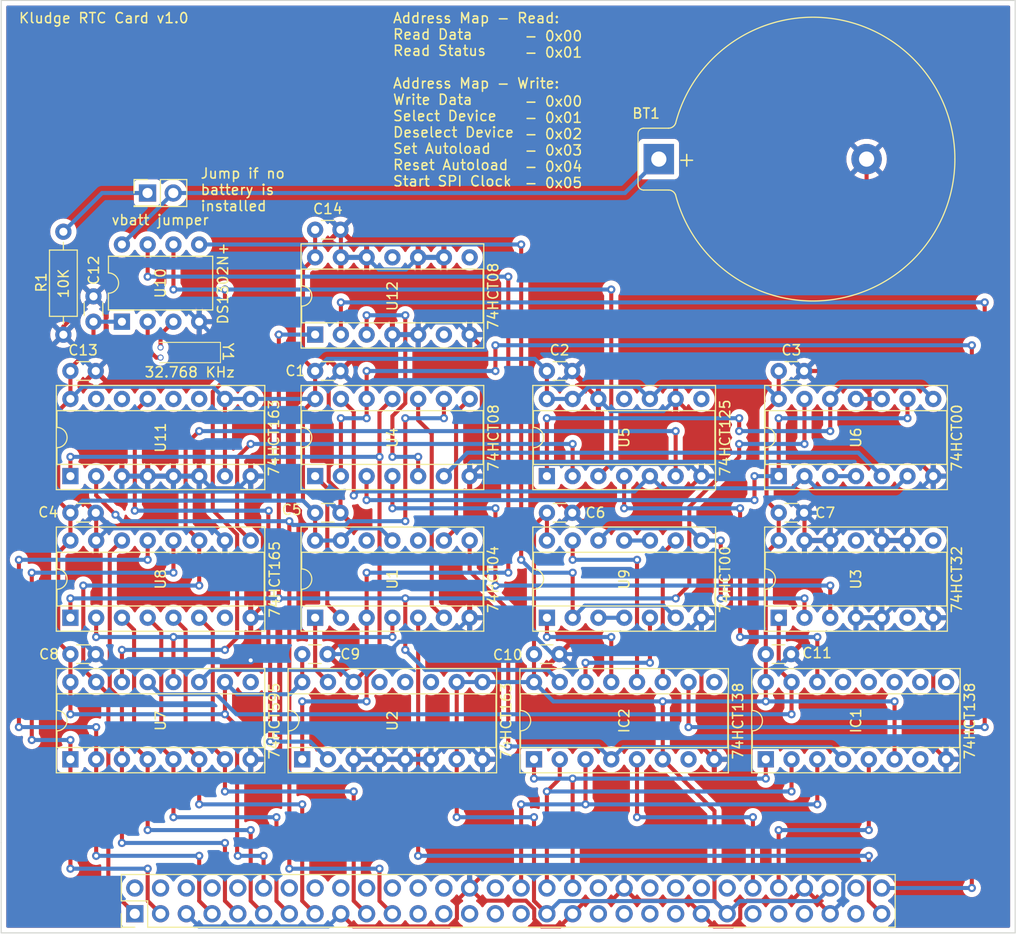
<source format=kicad_pcb>
(kicad_pcb (version 20240108) (generator "pcbnew") (generator_version "8.0")
  (layers (0 "F.Cu" signal) (31 "B.Cu" signal) (34 "B.Paste" user) (35 "F.Paste" user) (36 "B.SilkS" user "B.Silkscreen") (37 "F.SilkS" user "F.Silkscreen") (38 "B.Mask" user) (39 "F.Mask" user) (44 "Edge.Cuts" user))
  (net 0 "")
  (net 1 "~{SPI_CLOCK_START}")
  (net 2 "~{RD}")
  (net 3 "/A2")
  (net 4 "GND")
  (net 6 "/A0")
  (net 7 "VCC")
  (net 8 "~{SPI_BUSY_RD}")
  (net 9 "~{SPI_CE}")
  (net 11 "/A1")
  (net 15 "/D7")
  (net 23 "/D5")
  (net 28 "/D0")
  (net 30 "SYSCLK")
  (net 32 "/~{AUTOLOAD_RESET}")
  (net 34 "Net-(BT1-+)")
  (net 35 "Net-(U8-Q7)")
  (net 36 "/D2")
  (net 38 "/~{AUTOLOAD_SET}")
  (net 39 "/D1")
  (net 40 "/~{SPI_CS_RESET}")
  (net 41 "/D4")
  (net 42 "/D3")
  (net 43 "~{WR}")
  (net 44 "/D6")
  (net 45 "/~{SPI_CS_SET}")
  (net 46 "SPI_CLK")
  (net 51 "!SPI_CLK")
  (net 52 "~{IO_EN}")
  (net 55 "~{SPI_WR}")
  (net 56 "~{SPI_RD}")
  (net 59 "~{RESET}")
  (net 60 "Net-(U6-Pad10)")
  (net 81 "Net-(J2-Pin_1)")
  (net 82 "~{SPI_WR_OE}")
  (net 84 "SPI_CS")
  (net 85 "~{TX_COMPLETE}")
  (net 86 "Net-(U1-Pad6)")
  (net 87 "Net-(U1-Pad9)")
  (net 88 "TX_COMPLETE")
  (net 89 "~{SPI_CLK_RESET}")
  (net 91 "Net-(U3-Pad3)")
  (net 93 "~{AUTOLOAD}")
  (net 94 "Net-(U4-Pad6)")
  (net 95 "Net-(U4-Pad3)")
  (net 96 "Net-(U6-Pad3)")
  (net 97 "Net-(U9-Pad3)")
  (net 98 "Net-(U9-Pad10)")
  (net 99 "RUNNING")
  (net 100 "Net-(U10-X1)")
  (net 101 "SER_IO")
  (net 102 "Net-(U10-X2)")
  (net 104 "DIV_CLK")
  (net 109 "Net-(U12-Pad3)")
  (footprint "Package_DIP:DIP-14_W7.62mm_Socket" (layer "F.Cu") (at 173.9 117.135 90)
    (property "Reference" "U3")
    (property "Value" "74LS32")
  )
  (footprint "Package_DIP:DIP-14_W7.62mm_Socket" (layer "F.Cu") (at 173.9 103.165 90)
    (property "Reference" "U6")
    (property "Value" "74HCT00")
  )
  (footprint "Package_DIP:DIP-16_W7.62mm_Socket" (layer "F.Cu") (at 172.625 131.105 90)
    (property "Reference" "IC1")
    (property "Value" "SN74HCT138N")
  )
  (footprint "Capacitor_THT:C_Disc_D3.0mm_W1.6mm_P2.50mm" (layer "F.Cu") (at 104.045 92.79)
    (property "Reference" "C13")
    (property "Value" "100 nF")
  )
  (footprint "Package_DIP:DIP-16_W7.62mm_Socket" (layer "F.Cu") (at 104.045 117.135 90)
    (property "Reference" "U8")
    (property "Value" "74HCT165")
  )
  (footprint "Package_DIP:DIP-14_W7.62mm_Socket" (layer "F.Cu") (at 151.04 117.135 90)
    (property "Reference" "U9")
    (property "Value" "74HCT00")
  )
  (footprint "Package_DIP:DIP-16_W7.62mm_Socket" (layer "F.Cu") (at 126.905 131.105 90)
    (property "Reference" "U2")
    (property "Value" "74HCT163E")
  )
  (footprint "Capacitor_THT:C_Disc_D3.0mm_W1.6mm_P2.50mm" (layer "F.Cu") (at 128.18 78.85)
    (property "Reference" "C14")
    (property "Value" "100 nF")
  )
  (footprint "Capacitor_THT:C_Disc_D3.0mm_W1.6mm_P2.50mm" (layer "F.Cu") (at 106.32 87.925 90)
    (property "Reference" "C12")
    (property "Value" "100 nF")
  )
  (footprint "Capacitor_THT:C_Disc_D3.0mm_W1.6mm_P2.50mm" (layer "F.Cu") (at 151.04 106.78)
    (property "Reference" "C6")
    (property "Value" "100 nF")
  )
  (footprint "Capacitor_THT:C_Disc_D3.0mm_W1.6mm_P2.50mm" (layer "F.Cu") (at 173.9 92.79)
    (property "Reference" "C3")
    (property "Value" "100 nF")
  )
  (footprint "Package_DIP:DIP-16_W7.62mm_Socket" (layer "F.Cu") (at 149.765 131.105 90)
    (property "Reference" "IC2")
    (property "Value" "SN74HCT138N")
  )
  (footprint "Package_DIP:DIP-14_W7.62mm_Socket" (layer "F.Cu") (at 128.18 103.165 90)
    (property "Reference" "U4")
    (property "Value" "74LS08")
  )
  (footprint "Resistor_THT:R_Axial_DIN0207_L6.3mm_D2.5mm_P10.16mm_Horizontal" (layer "F.Cu") (at 103.35 89.205 90)
    (property "Reference" "R1")
    (property "Value" "10K")
  )
  (footprint "Z80 Parts:G23270006_Crystal" (layer "F.Cu") (at 110.715 91.535 -90)
    (property "Reference" "Y1")
    (property "Value" "32.768 KHz")
  )
  (footprint "Connector_PinHeader_2.54mm:PinHeader_2x01_P2.54mm_Vertical" (layer "F.Cu") (at 111.65 75.225)
    (property "Reference" "J2")
    (property "Value" "vbatt jumper" (hide yes))
  )
  (footprint "Package_DIP:DIP-14_W7.62mm_Socket" (layer "F.Cu") (at 128.18 89.195 90)
    (property "Reference" "U12")
    (property "Value" "74LS08")
  )
  (footprint "Capacitor_THT:C_Disc_D3.0mm_W1.6mm_P2.50mm" (layer "F.Cu") (at 104.045 106.78)
    (property "Reference" "C4")
    (property "Value" "100 nF")
  )
  (footprint "Capacitor_THT:C_Disc_D3.0mm_W1.6mm_P2.50mm" (layer "F.Cu") (at 104.045 120.73)
    (property "Reference" "C8")
    (property "Value" "100 nF")
  )
  (footprint "Package_DIP:DIP-16_W7.62mm_Socket" (layer "F.Cu") (at 104.045 103.165 90)
    (property "Reference" "U11")
    (property "Value" "74HCT163E")
  )
  (footprint "Capacitor_THT:C_Disc_D3.0mm_W1.6mm_P2.50mm" (layer "F.Cu") (at 172.625 120.73)
    (property "Reference" "C11")
    (property "Value" "100 nF")
  )
  (footprint "Capacitor_THT:C_Disc_D3.0mm_W1.6mm_P2.50mm" (layer "F.Cu") (at 149.765 120.73)
    (property "Reference" "C10")
    (property "Value" "100 nF")
  )
  (footprint "Capacitor_THT:C_Disc_D3.0mm_W1.6mm_P2.50mm" (layer "F.Cu") (at 128.18 106.78)
    (property "Reference" "C5")
    (property "Value" "100 nF")
  )
  (footprint "Package_DIP:DIP-8_W7.62mm" (layer "F.Cu") (at 109.125 87.925 90)
    (property "Reference" "U10")
    (property "Value" "DS1302N+")
  )
  (footprint "Package_DIP:DIP-14_W7.62mm_Socket" (layer "F.Cu") (at 128.18 117.135 90)
    (property "Reference" "U1")
    (property "Value" "74HC04")
  )
  (footprint "Capacitor_THT:C_Disc_D3.0mm_W1.6mm_P2.50mm" (layer "F.Cu") (at 126.905 120.73)
    (property "Reference" "C9")
    (property "Value" "100 nF")
  )
  (footprint "Connector_PinHeader_2.54mm:PinHeader_2x30_P2.54mm_Vertical" (layer "F.Cu") (at 110.395 146.345 90)
    (property "Reference" "J1" (hide yes))
    (property "Value" "Conn1")
  )
  (footprint "Package_DIP:DIP-14_W7.62mm_Socket" (layer "F.Cu") (at 151.035 103.165 90)
    (property "Reference" "U5")
    (property "Value" "74AHCT125")
  )
  (footprint "Capacitor_THT:C_Disc_D3.0mm_W1.6mm_P2.50mm" (layer "F.Cu") (at 128.18 92.79)
    (property "Reference" "C1")
    (property "Value" "100 nF")
  )
  (footprint "Package_DIP:DIP-16_W7.62mm_Socket" (layer "F.Cu") (at 104.045 131.105 90)
    (property "Reference" "U7")
    (property "Value" "74HCT595")
  )
  (footprint "Capacitor_THT:C_Disc_D3.0mm_W1.6mm_P2.50mm" (layer "F.Cu") (at 173.9 106.78)
    (property "Reference" "C7")
    (property "Value" "100 nF")
  )
  (footprint "Capacitor_THT:C_Disc_D3.0mm_W1.6mm_P2.50mm" (layer "F.Cu") (at 151.035 92.79)
    (property "Reference" "C2")
    (property "Value" "100 nF")
  )
  (footprint "Battery:BatteryHolder_Keystone_106_1x20mm" (layer "F.Cu") (at 162.075 71.88)
    (property "Reference" "BT1")
    (property "Value" "Battery_Cell")
  )
  (gr_line (start 97.22 139.33) (end 97.22 148.23) (stroke (width 0.1)) (layer "Edge.Cuts"))
  (gr_line (start 197.22 56.23) (end 197.22 148.23) (stroke (width 0.1)) (layer "Edge.Cuts"))
  (gr_line (start 97.22 139.33) (end 97.22 56.23) (stroke (width 0.1)) (layer "Edge.Cuts"))
  (gr_line (start 97.22 56.23) (end 197.22 56.23) (stroke (width 0.1)) (layer "Edge.Cuts"))
  (gr_line (start 97.22 148.23) (end 197.22 148.23) (stroke (width 0.1)) (layer "Edge.Cuts"))
  (gr_text "74HCT138" (at 170.475 131.215715 90) (layer "F.SilkS") (effects (font (size 1 1)) (justify left bottom)))
  (gr_text "74HCT00" (at 169.2 116.769524 90) (layer "F.SilkS") (effects (font (size 1 1)) (justify left bottom)))
  (gr_text "Kludge RTC Card v1.0" (at 98.88 58.55 0) (layer "F.SilkS") (effects (font (size 1 1)) (justify left bottom)))
  (gr_text "74HCT08" (at 146.35 102.799524 90) (layer "F.SilkS") (effects (font (size 1 1)) (justify left bottom)))
  (gr_text "\n- 0x00\n- 0x01\n\n\n- 0x00\n- 0x01\n- 0x02\n- 0x03\n- 0x04\n- 0x05" (at 148.75 74.81944 0) (layer "F.SilkS") (effects (font (size 1 1)) (justify left bottom)))
  (gr_text "74HCT138" (at 193.325 131.215715 90) (layer "F.SilkS") (effects (font (size 1 1)) (justify left bottom)))
  (gr_text "Address Map - Read:\nRead Data\nRead Status\n\nAddress Map - Write:\nWrite Data\nSelect Device\nDeselect Device\nSet Autoload\nReset Autoload\nStart SPI Clock" (at 135.775 74.64944 0) (layer "F.SilkS") (effects (font (size 1 1)) (justify left bottom)))
  (gr_text "74HCT00" (at 192.05 102.799524 90) (layer "F.SilkS") (effects (font (size 1 1)) (justify left bottom)))
  (gr_text "74HCT165" (at 124.775 117.245715 90) (layer "F.SilkS") (effects (font (size 1 1)) (justify left bottom)))
  (gr_text "74HCT163" (at 147.6 131.215715 90) (layer "F.SilkS") (effects (font (size 1 1)) (justify left bottom)))
  (gr_text "74HCT04" (at 146.325 116.769524 90) (layer "F.SilkS") (effects (font (size 1 1)) (justify left bottom)))
  (gr_text "74HCT595" (at 124.75 131.215715 90) (layer "F.SilkS") (effects (font (size 1 1)) (justify left bottom)))
  (gr_text "vbatt jumper" (at 108.014285 78.475 0) (layer "F.SilkS") (effects (font (size 1 1)) (justify left bottom)))
  (gr_text "74HCT163" (at 124.7 103.275715 90) (layer "F.SilkS") (effects (font (size 1 1)) (justify left bottom)))
  (gr_text "DS1302N+" (at 119.675 88.27381 90) (layer "F.SilkS") (effects (font (size 1 1)) (justify left bottom)))
  (gr_text "10K" (at 103.95175 85.702381 90) (layer "F.SilkS") (effects (font (size 1 1)) (justify left bottom)))
  (gr_text "74HCT32" (at 192.05 116.769524 90) (layer "F.SilkS") (effects (font (size 1 1)) (justify left bottom)))
  (gr_text "32.768 KHz" (at 111.275 93.5 0) (layer "F.SilkS") (effects (font (size 1 1)) (justify left bottom)))
  (gr_text "74HCT08" (at 146.325 88.829524 90) (layer "F.SilkS") (effects (font (size 1 1)) (justify left bottom)))
  (gr_text "74HCT125" (at 169.2 103.275715 90) (layer "F.SilkS") (effects (font (size 1 1)) (justify left bottom)))
  (gr_text "Jump if no \nbattery is\ninstalled" (at 116.8 77.1 0) (layer "F.SilkS") (effects (font (size 1 1)) (justify left bottom)))
  (segment (start 165.005 127.93) (end 165.005 123.485) (width 0.4) (layer "F.Cu") (net 1))
  (segment (start 130.72 86.02) (end 130.72 89.195) (width 0.4) (layer "F.Cu") (net 1))
  (segment (start 194.215 86.02) (end 194.215 127.93) (width 0.4) (layer "F.Cu") (net 1))
  (via (at 165.005 127.93) (size 0.8) (drill 0.4) (layers "F.Cu" "B.Cu") (net 1))
  (via (at 194.215 86.02) (size 0.8) (drill 0.4) (layers "F.Cu" "B.Cu") (net 1))
  (via (at 194.215 127.93) (size 0.8) (drill 0.4) (layers "F.Cu" "B.Cu") (net 1))
  (via (at 130.72 86.02) (size 0.8) (drill 0.4) (layers "F.Cu" "B.Cu") (net 1))
  (segment (start 194.215 127.93) (end 165.005 127.93) (width 0.4) (layer "B.Cu") (net 1))
  (segment (start 194.215 86.02) (end 130.72 86.02) (width 0.4) (layer "B.Cu") (net 1))
  (segment (start 182.785 138.09) (end 182.785 131.105) (width 0.4) (layer "F.Cu") (net 2))
  (segment (start 173.895 138.09) (end 173.895 143.805) (width 0.4) (layer "F.Cu") (net 2))
  (via (at 173.895 138.09) (size 0.8) (drill 0.4) (layers "F.Cu" "B.Cu") (net 2))
  (via (at 182.785 138.09) (size 0.8) (drill 0.4) (layers "F.Cu" "B.Cu") (net 2))
  (segment (start 173.895 138.09) (end 182.785 138.09) (width 0.4) (layer "B.Cu") (net 2))
  (segment (start 148.495 135.55) (end 148.495 143.805) (width 0.4) (layer "F.Cu") (net 3))
  (segment (start 177.705 135.55) (end 177.705 131.105) (width 0.4) (layer "F.Cu") (net 3))
  (segment (start 154.845 131.105) (end 154.845 135.55) (width 0.4) (layer "F.Cu") (net 3))
  (via (at 177.705 135.55) (size 0.8) (drill 0.4) (layers "F.Cu" "B.Cu") (net 3))
  (via (at 148.495 135.55) (size 0.8) (drill 0.4) (layers "F.Cu" "B.Cu") (net 3))
  (via (at 154.845 135.55) (size 0.8) (drill 0.4) (layers "F.Cu" "B.Cu") (net 3))
  (segment (start 154.845 135.55) (end 177.705 135.55) (width 0.4) (layer "B.Cu") (net 3))
  (segment (start 148.495 135.55) (end 154.845 135.55) (width 0.4) (layer "B.Cu") (net 3))
  (segment (start 166.28 117.135) (end 166.28 129.84) (width 0.4) (layer "F.Cu") (net 4))
  (segment (start 131.965 147.595) (end 141.392767 147.595) (width 0.4) (layer "F.Cu") (net 4))
  (segment (start 121.825 103.165) (end 121.825 107.817943) (width 0.4) (layer "F.Cu") (net 4))
  (segment (start 121.825 121.34) (end 121.825 117.135) (width 0.4) (layer "F.Cu") (net 4))
  (segment (start 141.392767 147.595) (end 142.165 146.822767) (width 0.4) (layer "F.Cu") (net 4))
  (segment (start 142.165 146.822767) (end 142.165 145.055) (width 0.4) (layer "F.Cu") (net 4))
  (segment (start 182.565 71.88) (end 182.565 86.625) (width 0.4) (layer "F.Cu") (net 4))
  (segment (start 182.86 95.047943) (end 182.86 96.885) (width 0.4) (layer "F.Cu") (net 4))
  (segment (start 142.165 145.055) (end 143.415 143.805) (width 0.4) (layer "F.Cu") (net 4))
  (segment (start 149.785 146.862767) (end 150.517233 147.595) (width 0.4) (layer "F.Cu") (net 4))
  (segment (start 182.86 96.885) (end 189.14 103.165) (width 0.4) (layer "F.Cu") (net 4))
  (segment (start 130.72 81.575) (end 130.72 78.89) (width 0.4) (layer "F.Cu") (net 4))
  (segment (start 130.715 146.345) (end 131.965 147.595) (width 0.4) (layer "F.Cu") (net 4))
  (segment (start 149.785 146.862767) (end 149.785 145.867233) (width 0.4) (layer "F.Cu") (net 4))
  (segment (start 144.62 101.965) (end 143.42 103.165) (width 0.4) (layer "F.Cu") (net 4))
  (segment (start 130.72 78.89) (end 130.68 78.85) (width 0.4) (layer "F.Cu") (net 4))
  (segment (start 152.325 147.595) (end 153.575 146.345) (width 0.4) (layer "F.Cu") (net 4))
  (segment (start 107.52 86.625) (end 106.32 85.425) (width 0.4) (layer "F.Cu") (net 4))
  (segment (start 163.735 95.545) (end 166.275 98.085) (width 0.4) (layer "F.Cu") (net 4))
  (segment (start 167.525 147.595) (end 169.332767 147.595) (width 0.4) (layer "F.Cu") (net 4))
  (segment (start 161.860001 107.579999) (end 166.275 103.165) (width 0.4) (layer "F.Cu") (net 4))
  (segment (start 153.54 106.78) (end 154.339999 107.579999) (width 0.4) (layer "F.Cu") (net 4))
  (segment (start 184.06 117.135) (end 184.06 109.515) (width 0.4) (layer "F.Cu") (net 4))
  (segment (start 176.435 143.805) (end 178.975 146.345) (width 0.4) (layer "F.Cu") (net 4))
  (segment (start 144.685 142.535) (end 143.415 143.805) (width 0.4) (layer "F.Cu") (net 4))
  (segment (start 189.14 129.84) (end 189.14 117.135) (width 0.4) (layer "F.Cu") (net 4))
  (segment (start 170.785 145.055) (end 175.185 145.055) (width 0.4) (layer "F.Cu") (net 4))
  (segment (start 123.025 109.017943) (end 123.025 115.935) (width 0.4) (layer "F.Cu") (net 4))
  (segment (start 176.44 106.82) (end 176.4 106.78) (width 0.4) (layer "F.Cu") (net 4))
  (segment (start 176.44 109.515) (end 176.44 106.82) (width 0.4) (layer "F.Cu") (net 4))
  (segment (start 144.62 90.395) (end 143.42 89.195) (width 0.4) (layer "F.Cu") (net 4))
  (segment (start 103.35 88.395) (end 106.32 85.425) (width 0.4) (layer "F.Cu") (net 4))
  (segment (start 144.665 145.055) (end 143.415 143.805) (width 0.4) (layer "F.Cu") (net 4))
  (segment (start 157.365 145.095) (end 158.655 143.805) (width 0.4) (layer "F.Cu") (net 4))
  (segment (start 153.575 146.345) (end 154.825 145.095) (width 0.4) (layer "F.Cu") (net 4))
  (segment (start 121.825 107.817943) (end 123.025 109.017943) (width 0.4) (layer "F.Cu") (net 4))
  (segment (start 144.685 131.105) (end 144.685 142.535) (width 0.4) (layer "F.Cu") (net 4))
  (segment (start 154.339999 107.579999) (end 161.860001 107.579999) (width 0.4) (layer "F.Cu") (net 4))
  (segment (start 148.972767 145.055) (end 144.665 145.055) (width 0.4) (layer "F.Cu") (net 4))
  (segment (start 150.517233 147.595) (end 152.325 147.595) (width 0.4) (layer "F.Cu") (net 4))
  (segment (start 180.602057 92.79) (end 182.86 95.047943) (width 0.4) (layer "F.Cu") (net 4))
  (segment (start 190.405 131.105) (end 189.14 129.84) (width 0.4) (layer "F.Cu") (net 4))
  (segment (start 106.585 109.515) (end 106.585 106.82) (width 0.4) (layer "F.Cu") (net 4))
  (segment (start 130.68 106.78) (end 130.68 104.822057) (width 0.4) (layer "F.Cu") (net 4))
  (segment (start 106.585 106.82) (end 106.545 106.78) (width 0.4) (layer "F.Cu") (net 4))
  (segment (start 130.68 104.822057) (end 129.52 103.662057) (width 0.4) (layer "F.Cu") (net 4))
  (segment (start 107.52 91.815) (end 107.52 86.625) (width 0.4) (layer "F.Cu") (net 4))
  (segment (start 166.275 98.085) (end 166.275 103.165) (width 0.4) (layer "F.Cu") (net 4))
  (segment (start 153.535 92.965) (end 156.115 95.545) (width 0.4) (layer "F.Cu") (net 4))
  (segment (start 129.52 103.662057) (end 129.52 93.95) (width 0.4) (layer "F.Cu") (net 4))
  (segment (start 170.105 145.735) (end 170.785 145.055) (width 0.4) (layer "F.Cu") (net 4))
  (segment (start 149.785 145.867233) (end 148.972767 145.055) (width 0.4) (layer "F.Cu") (net 4))
  (segment (start 154.825 145.095) (end 157.365 145.095) (width 0.4) (layer "F.Cu") (net 4))
  (segment (start 176.4 92.79) (end 180.602057 92.79) (width 0.4) (layer "F.Cu") (net 4))
  (segment (start 175.185 145.055) (end 176.435 143.805) (width 0.4) (layer "F.Cu") (net 4))
  (segment (start 169.332767 147.595) (end 170.105 146.822767) (width 0.4) (layer "F.Cu") (net 4))
  (segment (start 159.905 145.055) (end 164.985 145.055) (width 0.4) (layer "F.Cu") (net 4))
  (segment (start 182.565 86.625) (end 176.4 92.79) (width 0.4) (layer "F.Cu") (net 4))
  (segment (start 106.545 92.79) (end 107.52 91.815) (width 0.4) (layer "F.Cu") (net 4))
  (segment (start 166.28 129.84) (end 167.545 131.105) (width 0.4) (layer "F.Cu") (net 4))
  (segment (start 103.35 89.205) (end 103.35 88.395) (width 0.4) (layer "F.Cu") (net 4))
  (segment (start 123.025 115.935) (end 121.825 117.135) (width 0.4) (layer "F.Cu") (net 4))
  (segment (start 138.34 81.575) (end 138.34 89.195) (width 0.4) (layer "F.Cu") (net 4))
  (segment (start 158.655 143.805) (end 159.905 145.055) (width 0.4) (layer "F.Cu") (net 4))
  (segment (start 144.62 101.965) (end 144.62 90.395) (width 0.4) (layer "F.Cu") (net 4))
  (segment (start 166.275 146.345) (end 167.525 147.595) (width 0.4) (layer "F.Cu") (net 4))
  (segment (start 164.985 145.055) (end 166.275 146.345) (width 0.4) (layer "F.Cu") (net 4))
  (segment (start 129.52 93.95) (end 130.68 92.79) (width 0.4) (layer "F.Cu") (net 4))
  (segment (start 170.105 146.822767) (end 170.105 145.735) (width 0.4) (layer "F.Cu") (net 4))
  (segment (start 153.535 92.79) (end 153.535 92.965) (width 0.4) (layer "F.Cu") (net 4))
  (via (at 121.825 121.34) (size 0.8) (drill 0.4) (layers "F.Cu" "B.Cu") (net 4))
  (segment (start 129.465 147.595) (end 130.715 146.345) (width 0.4) (layer "B.Cu") (net 4))
  (segment (start 152.265 120.73) (end 162.685 120.73) (width 0.4) (layer "B.Cu") (net 4))
  (segment (start 115.37 86.55) (end 116.745 87.925) (width 0.4) (layer "B.Cu") (net 4))
  (segment (start 157.315 96.745) (end 162.535 96.745) (width 0.4) (layer "B.Cu") (net 4))
  (segment (start 143.42 117.135) (end 148.003629 117.135) (width 0.4) (layer "B.Cu") (net 4))
  (segment (start 175.2 91.59) (end 154.735 91.59) (width 0.4) (layer "B.Cu") (net 4))
  (segment (start 106.32 85.425) (end 107.445 86.55) (width 0.4) (layer "B.Cu") (net 4))
  (segment (start 148.003629 117.135) (end 151.598629 120.73) (width 0.4) (layer "B.Cu") (net 4))
  (segment (start 151.598629 120.73) (end 152.265 120.73) (width 0.4) (layer "B.Cu") (net 4))
  (segment (start 140.88 81.575) (end 138.34 81.575) (width 0.4) (layer "B.Cu") (net 4))
  (segment (start 162.685 120.73) (end 166.28 117.135) (width 0.4) (layer "B.Cu") (net 4))
  (segment (start 165.075 101.965) (end 166.275 103.165) (width 0.4) (layer "B.Cu") (net 4))
  (segment (start 162.535 96.745) (end 163.735 95.545) (width 0.4) (layer "B.Cu") (net 4))
  (segment (start 121.635001 121.529999) (end 121.825 121.34) (width 0.4) (layer "B.Cu") (net 4))
  (segment (start 178.98 109.515) (end 176.44 109.515) (width 0.4) (layer "B.Cu") (net 4))
  (segment (start 182.122233 141.43) (end 183.12 141.43) (width 0.4) (layer "B.Cu") (net 4))
  (segment (start 185.26 115.935) (end 184.06 117.135) (width 0.4) (layer "B.Cu") (net 4))
  (segment (start 134.525 131.105) (end 131.985 131.105) (width 0.4) (layer "B.Cu") (net 4))
  (segment (start 111.665 103.165) (end 109.125 103.165) (width 0.4) (layer "B.Cu") (net 4))
  (segment (start 156.115 95.545) (end 157.315 96.745) (width 0.4) (layer "B.Cu") (net 4))
  (segment (start 187.94 115.935) (end 185.26 115.935) (width 0.4) (layer "B.Cu") (net 4))
  (segment (start 185.525 106.78) (end 189.14 103.165) (width 0.4) (layer "B.Cu") (net 4))
  (segment (start 180.265 143.287233) (end 182.122233 141.43) (width 0.4) (layer "B.Cu") (net 4))
  (segment (start 138.34 81.575) (end 137.14 82.775) (width 0.4) (layer "B.Cu") (net 4))
  (segment (start 117.945 104.365) (end 120.625 104.365) (width 0.4) (layer "B.Cu") (net 4))
  (segment (start 114.205 103.165) (end 111.665 103.165) (width 0.4) (layer "B.Cu") (net 4))
  (segment (start 135.241371 120.73) (end 129.405 120.73) (width 0.4) (layer "B.Cu") (net 4))
  (segment (start 137.065 131.105) (end 134.525 131.105) (width 0.4) (layer "B.Cu") (net 4))
  (segment (start 140.805 129.905) (end 143.485 129.905) (width 0.4) (layer "B.Cu") (net 4))
  (segment (start 107.785 108.315) (end 118.085 108.315) (width 0.4) (layer "B.Cu") (net 4))
  (segment (start 139.605 131.105) (end 140.805 129.905) (width 0.4) (layer "B.Cu") (net 4))
  (segment (start 107.344999 121.529999) (end 121.635001 121.529999) (width 0.4) (layer "B.Cu") (net 4))
  (segment (start 120.625 104.365) (end 121.825 103.165) (width 0.4) (layer "B.Cu") (net 4))
  (segment (start 133.26 81.575) (end 130.72 81.575) (width 0.4) (layer "B.Cu") (net 4))
  (segment (start 143.485 129.905) (end 144.685 131.105) (width 0.4) (layer "B.Cu") (net 4))
  (segment (start 116.745 87.925) (end 122.81 93.99) (width 0.4) (layer "B.Cu") (net 4))
  (segment (start 143.42 103.165) (end 144.62 101.965) (width 0.4) (layer "B.Cu") (net 4))
  (segment (start 116.745 103.165) (end 114.205 103.165) (width 0.4) (layer "B.Cu") (net 4))
  (segment (start 154.735 91.59) (end 153.535 92.79) (width 0.4) (layer "B.Cu") (net 4))
  (segment (start 152.335 93.99) (end 153.535 92.79) (width 0.4) (layer "B.Cu") (net 4))
  (segment (start 176.4 92.79) (end 175.2 91.59) (width 0.4) (layer "B.Cu") (net 4))
  (segment (start 176.4 106.78) (end 185.525 106.78) (width 0.4) (layer "B.Cu") (net 4))
  (segment (start 190.405 134.145) (end 190.405 131.105) (width 0.4) (layer "B.Cu") (net 4))
  (segment (start 142.22 87.995) (end 139.54 87.995) (width 0.4) (layer "B.Cu") (net 4))
  (segment (start 131.88 93.99) (end 152.335 93.99) (width 0.4) (layer "B.Cu") (net 4))
  (segment (start 135.8 89.195) (end 138.34 89.195) (width 0.4) (layer "B.Cu") (net 4))
  (segment (start 183.12 141.43) (end 190.405 134.145) (width 0.4) (layer "B.Cu") (net 4))
  (segment (start 116.745 103.165) (end 117.945 104.365) (width 0.4) (layer "B.Cu") (net 4))
  (segment (start 106.585 109.515) (end 107.785 108.315) (width 0.4) (layer "B.Cu") (net 4))
  (segment (start 136.461371 119.51) (end 135.241371 120.73) (width 0.4) (layer "B.Cu") (net 4))
  (segment (start 144.62 101.965) (end 165.075 101.965) (width 0.4) (layer "B.Cu") (net 4))
  (segment (start 184.06 109.515) (end 186.6 109.515) (width 0.4) (layer "B.Cu") (net 4))
  (segment (start 184.06 117.135) (end 181.52 117.135) (width 0.4) (layer "B.Cu") (net 4))
  (segment (start 143.42 89.195) (end 142.22 87.995) (width 0.4) (layer "B.Cu") (net 4))
  (segment (start 118.085 108.315) (end 119.285 109.515) (width 0.4) (layer "B.Cu") (net 4))
  (segment (start 141.045 119.51) (end 136.461371 119.51) (width 0.4) (layer "B.Cu") (net 4))
  (segment (start 116.725 147.595) (end 129.465 147.595) (width 0.4) (layer "B.Cu") (net 4))
  (segment (start 137.14 82.775) (end 134.46 82.775) (width 0.4) (layer "B.Cu") (net 4))
  (segment (start 139.54 87.995) (end 138.34 89.195) (width 0.4) (layer "B.Cu") (net 4))
  (segment (start 122.81 93.99) (end 129.48 93.99) (width 0.4) (layer "B.Cu") (net 4))
  (segment (start 182.86 108.315) (end 180.18 108.315) (width 0.4) (layer "B.Cu") (net 4))
  (segment (start 129.48 93.99) (end 130.68 92.79) (width 0.4) (layer "B.Cu") (net 4))
  (segment (start 143.42 117.135) (end 141.045 119.51) (width 0.4) (layer "B.Cu") (net 4))
  (segment (start 106.545 120.73) (end 107.344999 121.529999) (width 0.4) (layer "B.Cu") (net 4))
  (segment (start 184.06 109.515) (end 182.86 108.315) (width 0.4) (layer "B.Cu") (net 4))
  (segment (start 107.445 86.55) (end 115.37 86.55) (width 0.4) (layer "B.Cu") (net 4))
  (segment (start 115.475 146.345) (end 116.725 147.595) (width 0.4) (layer "B.Cu") (net 4))
  (segment (start 178.975 146.345) (end 180.265 145.055) (width 0.4) (layer "B.Cu") (net 4))
  (segment (start 180.18 108.315) (end 178.98 109.515) (width 0.4) (layer "B.Cu") (net 4))
  (segment (start 189.14 117.135) (end 187.94 115.935) (width 0.4) (layer "B.Cu") (net 4))
  (segment (start 130.68 92.79) (end 131.88 93.99) (width 0.4) (layer "B.Cu") (net 4))
  (segment (start 180.265 145.055) (end 180.265 143.287233) (width 0.4) (layer "B.Cu") (net 4))
  (segment (start 134.46 82.775) (end 133.26 81.575) (width 0.4) (layer "B.Cu") (net 4))
  (segment (start 139.605 131.105) (end 137.065 131.105) (width 0.4) (layer "B.Cu") (net 4))
  (segment (start 172.625 131.105) (end 172.625 133.01) (width 0.4) (layer "F.Cu") (net 6))
  (segment (start 153.575 133.01) (end 153.575 143.805) (width 0.4) (layer "F.Cu") (net 6))
  (segment (start 149.765 131.105) (end 149.765 133.01) (width 0.4) (layer "F.Cu") (net 6))
  (via (at 172.625 133.01) (size 0.8) (drill 0.4) (layers "F.Cu" "B.Cu") (net 6))
  (via (at 149.765 133.01) (size 0.8) (drill 0.4) (layers "F.Cu" "B.Cu") (net 6))
  (via (at 153.575 133.01) (size 0.8) (drill 0.4) (layers "F.Cu" "B.Cu") (net 6))
  (segment (start 153.575 133.01) (end 172.625 133.01) (width 0.4) (layer "B.Cu") (net 6))
  (segment (start 149.765 133.01) (end 153.575 133.01) (width 0.4) (layer "B.Cu") (net 6))
  (segment (start 104.045 92.79) (end 104.045 92.515) (width 0.4) (layer "F.Cu") (net 7))
  (segment (start 172.625 110.79) (end 172.625 120.73) (width 0.4) (layer "F.Cu") (net 7))
  (segment (start 173.9 95.545) (end 172.7 96.745) (width 0.4) (layer "F.Cu") (net 7))
  (segment (start 162.465 131.105) (end 162.465 125.39) (width 0.4) (layer "F.Cu") (net 7))
  (segment (start 172.7 96.745) (end 172.7 105.58) (width 0.4) (layer "F.Cu") (net 7))
  (segment (start 142.145 136.82) (end 142.145 131.105) (width 0.4) (layer "F.Cu") (net 7))
  (segment (start 167.565 136.205) (end 162.465 131.105) (width 0.4) (layer "F.Cu") (net 7))
  (segment (start 126.905 120.73) (end 126.905 123.485) (width 0.4) (layer "F.Cu") (net 7))
  (segment (start 102.845 110.715) (end 104.045 109.515) (width 0.4) (layer "F.Cu") (net 7))
  (segment (start 126.98 82.775) (end 126.98 91.59) (width 0.4) (layer "F.Cu") (net 7))
  (segment (start 149.765 108.055) (end 151.04 106.78) (width 0.4) (layer "F.Cu") (net 7))
  (segment (start 173.9 95.545) (end 173.9 92.79) (width 0.4) (layer "F.Cu") (net 7))
  (segment (start 120.485 140.56) (end 120.555 140.63) (width 0.4) (layer "F.Cu") (net 7))
  (segment (start 104.045 95.545) (end 102.845 96.745) (width 0.4) (layer "F.Cu") (net 7))
  (segment (start 102.845 105.58) (end 104.045 106.78) (width 0.4) (layer "F.Cu") (net 7))
  (segment (start 104.045 123.485) (end 104.045 120.73) (width 0.4) (layer "F.Cu") (net 7))
  (segment (start 128.18 95.545) (end 128.18 92.79) (width 0.4) (layer "F.Cu") (net 7))
  (segment (start 128.18 106.78) (end 128.18 109.515) (width 0.4) (layer "F.Cu") (net 7))
  (segment (start 173.9 106.78) (end 173.9 109.515) (width 0.4) (layer "F.Cu") (net 7))
  (segment (start 104.045 95.545) (end 104.045 92.79) (width 0.4) (layer "F.Cu") (net 7))
  (segment (start 104.045 109.515) (end 104.045 106.78) (width 0.4) (layer "F.Cu") (net 7))
  (segment (start 126.98 105.58) (end 128.18 106.78) (width 0.4) (layer "F.Cu") (net 7))
  (segment (start 104.045 126.66) (end 104.045 123.485) (width 0.4) (layer "F.Cu") (net 7))
  (segment (start 128.18 95.545) (end 126.98 96.745) (width 0.4) (layer "F.Cu") (net 7))
  (segment (start 119.285 126.66) (end 120.485 127.86) (width 0.4) (layer "F.Cu") (net 7))
  (segment (start 172.625 123.485) (end 172.625 125.39) (width 0.4) (layer "F.Cu") (net 7))
  (segment (start 173.9 109.515) (end 172.625 110.79) (width 0.4) (layer "F.Cu") (net 7))
  (segment (start 128.18 78.85) (end 128.18 81.575) (width 0.4) (layer "F.Cu") (net 7))
  (segment (start 168.815 146.345) (end 167.565 145.095) (width 0.4) (layer "F.Cu") (net 7))
  (segment (start 123.095 143.805) (end 123.095 140.63) (width 0.4) (layer "F.Cu") (net 7))
  (segment (start 126.98 91.59) (end 128.18 92.79) (width 0.4) (layer "F.Cu") (net 7))
  (segment (start 126.98 96.745) (end 126.98 105.58) (width 0.4) (layer "F.Cu") (net 7))
  (segment (start 167.565 145.095) (end 167.565 136.205) (width 0.4) (layer "F.Cu") (net 7))
  (segment (start 172.7 105.58) (end 173.9 106.78) (width 0.4) (layer "F.Cu") (net 7))
  (segment (start 172.625 120.73) (end 172.625 123.485) (width 0.4) (layer "F.Cu") (net 7))
  (segment (start 149.765 120.73) (end 149.765 108.055) (width 0.4) (layer "F.Cu") (net 7))
  (segment (start 151.035 92.79) (end 151.035 95.545) (width 0.4) (layer "F.Cu") (net 7))
  (segment (start 149.765 145.075) (end 151.035 146.345) (width 0.4) (layer "F.Cu") (net 7))
  (segment (start 104.045 92.515) (end 106.32 90.24) (width 0.4) (layer "F.Cu") (net 7))
  (segment (start 142.145 131.105) (end 142.145 123.485) (width 0.4) (layer "F.Cu") (net 7))
  (segment (start 119.285 95.545) (end 119.285 103.165) (width 0.4) (layer "F.Cu") (net 7))
  (segment (start 106.32 90.24) (end 106.32 87.925) (width 0.4) (layer "F.Cu") (net 7))
  (segment (start 149.765 120.73) (end 149.765 123.485) (width 0.4) (layer "F.Cu") (net 7))
  (segment (start 102.845 96.745) (end 102.845 105.58) (width 0.4) (layer "F.Cu") (net 7))
  (segment (start 151.04 106.78) (end 151.04 109.515) (width 0.4) (layer "F.Cu") (net 7))
  (segment (start 185.325 125.39) (end 185.325 131.105) (width 0.4) (layer "F.Cu") (net 7))
  (segment (start 128.18 81.575) (end 126.98 82.775) (width 0.4) (layer "F.Cu") (net 7))
  (segment (start 119.285 126.66) (end 119.285 123.485) (width 0.4) (layer "F.Cu") (net 7))
  (segment (start 120.485 127.86) (end 120.485 140.56) (width 0.4) (layer "F.Cu") (net 7))
  (segment (start 102.845 119.53) (end 102.845 110.715) (width 0.4) (layer "F.Cu") (net 7))
  (segment (start 149.765 136.82) (end 149.765 145.075) (width 0.4) (layer "F.Cu") (net 7))
  (segment (start 104.045 120.73) (end 102.845 119.53) (width 0.4) (layer "F.Cu") (net 7))
  (via (at 172.625 125.39) (size 0.8) (drill 0.4) (layers "F.Cu" "B.Cu") (net 7))
  (via (at 142.145 136.82) (size 0.8) (drill 0.4) (layers "F.Cu" "B.Cu") (net 7))
  (via (at 120.555 140.63) (size 0.8) (drill 0.4) (layers "F.Cu" "B.Cu") (net 7))
  (via (at 119.285 126.66) (size 0.8) (drill 0.4) (layers "F.Cu" "B.Cu") (net 7))
  (via (at 149.765 136.82) (size 0.8) (drill 0.4) (layers "F.Cu" "B.Cu") (net 7))
  (via (at 123.095 140.63) (size 0.8) (drill 0.4) (layers "F.Cu" "B.Cu") (net 7))
  (via (at 162.465 125.39) (size 0.8) (drill 0.4) (layers "F.Cu" "B.Cu") (net 7))
  (via (at 104.045 126.66) (size 0.8) (drill 0.4) (layers "F.Cu" "B.Cu") (net 7))
  (via (at 185.325 125.39) (size 0.8) (drill 0.4) (layers "F.Cu" "B.Cu") (net 7))
  (segment (start 152.285 145.095) (end 151.035 146.345) (width 0.4) (layer "B.Cu") (net 7))
  (segment (start 142.145 136.82) (end 149.765 136.82) (width 0.4) (layer "B.Cu") (net 7))
  (segment (start 119.285 95.545) (end 118.085 94.345) (width 0.4) (layer "B.Cu") (net 7))
  (segment (start 149.835 91.59) (end 151.035 92.79) (width 0.4) (layer "B.Cu") (net 7))
  (segment (start 168.815 146.345) (end 167.565 145.095) (width 0.4) (layer "B.Cu") (net 7))
  (segment (start 126.905 123.485) (end 125.705 124.685) (width 0.4) (layer "B.Cu") (net 7))
  (segment (start 118.085 94.345) (end 105.245 94.345) (width 0.4) (layer "B.Cu") (net 7))
  (segment (start 155.155 94.345) (end 159.995 94.345) (width 0.4) (layer "B.Cu") (net 7))
  (segment (start 120.485 124.685) (end 119.285 123.485) (width 0.4) (layer "B.Cu") (net 7))
  (segment (start 162.465 125.39) (end 172.625 125.39) (width 0.4) (layer "B.Cu") (net 7))
  (segment (start 170.065 145.095) (end 168.815 146.345) (width 0.4) (layer "B.Cu") (net 7))
  (segment (start 131.92 108.315) (end 130.72 109.515) (width 0.4) (layer "B.Cu") (net 7))
  (segment (start 177.685 145.095) (end 170.065 145.095) (width 0.4) (layer "B.Cu") (net 7))
  (segment (start 161.195 95.545) (end 162.395 94.345) (width 0.4) (layer "B.Cu") (net 7))
  (segment (start 151.67 125.39) (end 149.765 123.485) (width 0.4) (layer "B.Cu") (net 7))
  (segment (start 162.465 125.39) (end 151.67 125.39) (width 0.4) (layer "B.Cu") (net 7))
  (segment (start 153.955 95.545) (end 155.155 94.345) (width 0.4) (layer "B.Cu") (net 7))
  (segment (start 142.145 123.485) (end 144.685 123.485) (width 0.4) (layer "B.Cu") (net 7))
  (segment (start 128.18 92.79) (end 129.38 91.59) (width 0.4) (layer "B.Cu") (net 7))
  (segment (start 104.045 126.66) (end 119.285 126.66) (width 0.4) (layer "B.Cu") (net 7))
  (segment (start 135.8 109.515) (end 134.6 108.315) (width 0.4) (layer "B.Cu") (net 7))
  (segment (start 172.7 94.345) (end 173.9 95.545) (width 0.4) (layer "B.Cu") (net 7))
  (segment (start 149.765 123.485) (end 144.685 123.485) (width 0.4) (layer "B.Cu") (net 7))
  (segment (start 105.245 94.345) (end 104.045 95.545) (width 0.4) (layer "B.Cu") (net 7))
  (segment (start 106.32 87.925) (end 109.125 87.925) (width 0.4) (layer "B.Cu") (net 7))
  (segment (start 129.38 91.59) (end 149.835 91.59) (width 0.4) (layer "B.Cu") (net 7))
  (segment (start 159.995 94.345) (end 161.195 95.545) (width 0.4) (layer "B.Cu") (net 7))
  (segment (start 167.565 145.095) (end 152.285 145.095) (width 0.4) (layer "B.Cu") (net 7))
  (segment (start 120.555 140.63) (end 123.095 140.63) (width 0.4) (layer "B.Cu") (net 7))
  (segment (start 153.575 95.545) (end 153.955 95.545) (width 0.4) (layer "B.Cu") (net 7))
  (segment (start 172.625 125.39) (end 185.325 125.39) (width 0.4) (layer "B.Cu") (net 7))
  (segment (start 119.285 95.545) (end 121.825 95.545) (width 0.4) (layer "B.Cu") (net 7))
  (segment (start 134.6 108.315) (end 131.92 108.315) (width 0.4) (layer "B.Cu") (net 7))
  (segment (start 121.825 95.545) (end 128.18 95.545) (width 0.4) (layer "B.Cu") (net 7))
  (segment (start 162.395 94.345) (end 172.7 94.345) (width 0.4) (layer "B.Cu") (net 7))
  (segment (start 151.035 95.545) (end 153.575 95.545) (width 0.4) (layer "B.Cu") (net 7))
  (segment (start 104.045 106.78) (end 105.245 105.58) (width 0.4) (layer "B.Cu") (net 7))
  (segment (start 125.705 124.685) (end 120.485 124.685) (width 0.4) (layer "B.Cu") (net 7))
  (segment (start 126.98 105.58) (end 128.18 106.78) (width 0.4) (layer "B.Cu") (net 7))
  (segment (start 105.245 105.58) (end 126.98 105.58) (width 0.4) (layer "B.Cu") (net 7))
  (segment (start 130.72 109.515) (end 128.18 109.515) (width 0.4) (layer "B.Cu") (net 7))
  (segment (start 178.975 143.805) (end 177.685 145.095) (width 0.4) (layer "B.Cu") (net 7))
  (segment (start 158.655 103.165) (end 158.655 106.34) (width 0.4) (layer "F.Cu") (net 8))
  (segment (start 177.705 119.045) (end 177.705 123.485) (width 0.4) (layer "F.Cu") (net 8))
  (segment (start 170.09 106.34) (end 170.09 119.04) (width 0.4) (layer "F.Cu") (net 8))
  (segment (start 177.71 119.04) (end 177.705 119.045) (width 0.4) (layer "F.Cu") (net 8))
  (via (at 158.655 106.34) (size 0.8) (drill 0.4) (layers "F.Cu" "B.Cu") (net 8))
  (via (at 170.09 106.34) (size 0.8) (drill 0.4) (layers "F.Cu" "B.Cu") (net 8))
  (via (at 177.71 119.04) (size 0.8) (drill 0.4) (layers "F.Cu" "B.Cu") (net 8))
  (via (at 170.09 119.04) (size 0.8) (drill 0.4) (layers "F.Cu" "B.Cu") (net 8))
  (segment (start 170.09 106.34) (end 158.655 106.34) (width 0.4) (layer "B.Cu") (net 8))
  (segment (start 177.71 119.04) (end 170.09 119.04) (width 0.4) (layer "B.Cu") (net 8))
  (segment (start 147.225 116.356371) (end 143.42 112.551371) (width 0.4) (layer "F.Cu") (net 9))
  (segment (start 143.42 112.551371) (end 143.42 109.515) (width 0.4) (layer "F.Cu") (net 9))
  (segment (start 147.225 129.835) (end 147.225 116.356371) (width 0.4) (layer "F.Cu") (net 9))
  (via (at 147.225 129.835) (size 0.8) (drill 0.4) (layers "F.Cu" "B.Cu") (net 9))
  (segment (start 180.245 131.105) (end 179.045 129.905) (width 0.4) (layer "B.Cu") (net 9))
  (segment (start 156.115 129.835) (end 157.385 131.105) (width 0.4) (layer "B.Cu") (net 9))
  (segment (start 158.585 129.905) (end 157.385 131.105) (width 0.4) (layer "B.Cu") (net 9))
  (segment (start 147.225 129.835) (end 156.115 129.835) (width 0.4) (layer "B.Cu") (net 9))
  (segment (start 179.045 129.905) (end 158.585 129.905) (width 0.4) (layer "B.Cu") (net 9))
  (segment (start 152.305 131.105) (end 152.305 133.01) (width 0.4) (layer "F.Cu") (net 11))
  (segment (start 152.305 133.01) (end 151.035 134.28) (width 0.4) (layer "F.Cu") (net 11))
  (segment (start 175.165 134.28) (end 175.165 131.105) (width 0.4) (layer "F.Cu") (net 11))
  (segment (start 151.035 134.28) (end 151.035 143.805) (width 0.4) (layer "F.Cu") (net 11))
  (via (at 151.035 134.28) (size 0.8) (drill 0.4) (layers "F.Cu" "B.Cu") (net 11))
  (via (at 175.165 134.28) (size 0.8) (drill 0.4) (layers "F.Cu" "B.Cu") (net 11))
  (segment (start 175.165 134.28) (end 151.035 134.28) (width 0.4) (layer "B.Cu") (net 11))
  (segment (start 131.985 145.075) (end 133.255 146.345) (width 0.4) (layer "F.Cu") (net 15))
  (segment (start 118.085 118.475) (end 118.085 129.905) (width 0.4) (layer "F.Cu") (net 15))
  (segment (start 131.985 134.28) (end 131.985 145.075) (width 0.4) (layer "F.Cu") (net 15))
  (segment (start 116.745 117.135) (end 118.085 118.475) (width 0.4) (layer "F.Cu") (net 15))
  (segment (start 119.285 134.28) (end 119.285 131.105) (width 0.4) (layer "F.Cu") (net 15))
  (segment (start 118.085 129.905) (end 119.285 131.105) (width 0.4) (layer "F.Cu") (net 15))
  (via (at 119.285 134.28) (size 0.8) (drill 0.4) (layers "F.Cu" "B.Cu") (net 15))
  (via (at 131.985 134.28) (size 0.8) (drill 0.4) (layers "F.Cu" "B.Cu") (net 15))
  (segment (start 119.285 134.28) (end 131.985 134.28) (width 0.4) (layer "B.Cu") (net 15))
  (segment (start 113.005 129.905) (end 114.205 131.105) (width 0.4) (layer "F.Cu") (net 23))
  (segment (start 124.365 136.82) (end 124.365 145.075) (width 0.4) (layer "F.Cu") (net 23))
  (segment (start 114.205 136.82) (end 114.205 131.105) (width 0.4) (layer "F.Cu") (net 23))
  (segment (start 111.665 117.135) (end 113.005 118.475) (width 0.4) (layer "F.Cu") (net 23))
  (segment (start 113.005 118.475) (end 113.005 129.905) (width 0.4) (layer "F.Cu") (net 23))
  (segment (start 124.365 145.075) (end 125.635 146.345) (width 0.4) (layer "F.Cu") (net 23))
  (via (at 114.205 136.82) (size 0.8) (drill 0.4) (layers "F.Cu" "B.Cu") (net 23))
  (via (at 124.365 136.82) (size 0.8) (drill 0.4) (layers "F.Cu" "B.Cu") (net 23))
  (segment (start 114.205 136.82) (end 124.365 136.82) (width 0.4) (layer "B.Cu") (net 23))
  (segment (start 106.585 123.485) (end 107.785 124.685) (width 0.4) (layer "F.Cu") (net 28))
  (segment (start 105.315 113.96) (end 105.315 122.215) (width 0.4) (layer "F.Cu") (net 28))
  (segment (start 115.405 108.175) (end 115.405 100.06) (width 0.4) (layer "F.Cu") (net 28))
  (segment (start 115.405 100.06) (end 116.745 98.72) (width 0.4) (layer "F.Cu") (net 28))
  (segment (start 116.745 109.515) (end 115.405 108.175) (width 0.4) (layer "F.Cu") (net 28))
  (segment (start 105.315 122.215) (end 106.585 123.485) (width 0.4) (layer "F.Cu") (net 28))
  (segment (start 116.745 113.96) (end 116.745 109.515) (width 0.4) (layer "F.Cu") (net 28))
  (segment (start 107.785 143.735) (end 110.395 146.345) (width 0.4) (layer "F.Cu") (net 28))
  (segment (start 163.735 98.72) (end 163.735 103.165) (width 0.4) (layer "F.Cu") (net 28))
  (segment (start 107.785 124.685) (end 107.785 143.735) (width 0.4) (layer "F.Cu") (net 28))
  (via (at 163.735 98.72) (size 0.8) (drill 0.4) (layers "F.Cu" "B.Cu") (net 28))
  (via (at 105.315 113.96) (size 0.8) (drill 0.4) (layers "F.Cu" "B.Cu") (net 28))
  (via (at 116.745 98.72) (size 0.8) (drill 0.4) (layers "F.Cu" "B.Cu") (net 28))
  (via (at 116.745 113.96) (size 0.8) (drill 0.4) (layers "F.Cu" "B.Cu") (net 28))
  (segment (start 116.745 98.72) (end 163.735 98.72) (width 0.4) (layer "B.Cu") (net 28))
  (segment (start 105.315 113.96) (end 116.745 113.96) (width 0.4) (layer "B.Cu") (net 28))
  (segment (start 125.635 129.2) (end 125.635 107.615) (width 0.4) (layer "F.Cu") (net 30))
  (segment (start 125.635 141.9) (end 125.635 129.2) (width 0.4) (layer "F.Cu") (net 30))
  (segment (start 140.88 97.45) (end 140.88 95.545) (width 0.4) (layer "F.Cu") (net 30))
  (segment (start 106.585 105.07) (end 106.585 103.165) (width 0.4) (layer "F.Cu") (net 30))
  (segment (start 134.525 145.075) (end 135.795 146.345) (width 0.4) (layer "F.Cu") (net 30))
  (segment (start 125.635 107.615) (end 125.63 107.61) (width 0.4) (layer "F.Cu") (net 30))
  (segment (start 134.525 141.9) (end 134.525 145.075) (width 0.4) (layer "F.Cu") (net 30))
  (segment (start 108.4875 106.9725) (end 106.585 105.07) (width 0.4) (layer "F.Cu") (net 30))
  (segment (start 137.07 97.45) (end 137.07 107.61) (width 0.4) (layer "F.Cu") (net 30))
  (via (at 125.635 141.9) (size 0.8) (drill 0.4) (layers "F.Cu" "B.Cu") (net 30))
  (via (at 125.63 107.61) (size 0.8) (drill 0.4) (layers "F.Cu" "B.Cu") (net 30))
  (via (at 134.525 141.9) (size 0.8) (drill 0.4) (layers "F.Cu" "B.Cu") (net 30))
  (via (at 140.88 97.45) (size 0.8) (drill 0.4) (layers "F.Cu" "B.Cu") (net 30))
  (via (at 137.07 97.45) (size 0.8) (drill 0.4) (layers "F.Cu" "B.Cu") (net 30))
  (via (at 137.07 107.61) (size 0.8) (drill 0.4) (layers "F.Cu" "B.Cu") (net 30))
  (via (at 108.4875 106.9725) (size 0.8) (drill 0.4) (layers "F.Cu" "B.Cu") (net 30))
  (segment (start 109.125 107.61) (end 125.63 107.61) (width 0.4) (layer "B.Cu") (net 30))
  (segment (start 108.4875 106.9725) (end 109.125 107.61) (width 0.4) (layer "B.Cu") (net 30))
  (segment (start 137.07 97.45) (end 140.88 97.45) (width 0.4) (layer "B.Cu") (net 30))
  (segment (start 131.177057 107.98) (end 126 107.98) (width 0.4) (layer "B.Cu") (net 30))
  (segment (start 134.525 141.9) (end 125.635 141.9) (width 0.4) (layer "B.Cu") (net 30))
  (segment (start 126 107.98) (end 125.63 107.61) (width 0.4) (layer "B.Cu") (net 30))
  (segment (start 137.07 107.61) (end 131.547057 107.61) (width 0.4) (layer "B.Cu") (net 30))
  (segment (start 131.547057 107.61) (end 131.177057 107.98) (width 0.4) (layer "B.Cu") (net 30))
  (segment (start 162.465 123.485) (end 162.465 110.79) (width 0.4) (layer "F.Cu") (net 32))
  (segment (start 162.465 110.79) (end 163.74 109.515) (width 0.4) (layer "F.Cu") (net 32))
  (segment (start 158.73 75.225) (end 162.075 71.88) (width 0.4) (layer "B.Cu") (net 34))
  (segment (start 109.125 80.29) (end 109.125 80.305) (width 0.4) (layer "B.Cu") (net 34))
  (segment (start 114.19 75.225) (end 158.73 75.225) (width 0.4) (layer "B.Cu") (net 34))
  (segment (start 114.19 75.225) (end 109.125 80.29) (width 0.4) (layer "B.Cu") (net 34))
  (segment (start 120.485 101.33) (end 121.825 99.99) (width 0.4) (layer "F.Cu") (net 35))
  (segment (start 120.485 108.175) (end 120.485 101.33) (width 0.4) (layer "F.Cu") (net 35))
  (segment (start 121.825 109.515) (end 120.485 108.175) (width 0.4) (layer "F.Cu") (net 35))
  (segment (start 153.575 103.165) (end 153.575 99.99) (width 0.4) (layer "F.Cu") (net 35))
  (via (at 153.575 99.99) (size 0.8) (drill 0.4) (layers "F.Cu" "B.Cu") (net 35))
  (via (at 121.825 99.99) (size 0.8) (drill 0.4) (layers "F.Cu" "B.Cu") (net 35))
  (segment (start 153.575 99.99) (end 121.825 99.99) (width 0.4) (layer "B.Cu") (net 35))
  (segment (start 106.585 127.93) (end 106.585 131.105) (width 0.4) (layer "F.Cu") (net 36))
  (segment (start 98.965 111.42) (end 98.965 127.93) (width 0.4) (layer "F.Cu") (net 36))
  (segment (start 116.745 140.63) (end 116.745 145.075) (width 0.4) (layer "F.Cu") (net 36))
  (segment (start 111.665 111.42) (end 111.665 109.515) (width 0.4) (layer "F.Cu") (net 36))
  (segment (start 106.585 131.105) (end 106.585 140.63) (width 0.4) (layer "F.Cu") (net 36))
  (segment (start 116.745 145.075) (end 118.015 146.345) (width 0.4) (layer "F.Cu") (net 36))
  (via (at 98.965 111.42) (size 0.8) (drill 0.4) (layers "F.Cu" "B.Cu") (net 36))
  (via (at 116.745 140.63) (size 0.8) (drill 0.4) (layers "F.Cu" "B.Cu") (net 36))
  (via (at 98.965 127.93) (size 0.8) (drill 0.4) (layers "F.Cu" "B.Cu") (net 36))
  (via (at 111.665 111.42) (size 0.8) (drill 0.4) (layers "F.Cu" "B.Cu") (net 36))
  (via (at 106.585 127.93) (size 0.8) (drill 0.4) (layers "F.Cu" "B.Cu") (net 36))
  (via (at 106.585 140.63) (size 0.8) (drill 0.4) (layers "F.Cu" "B.Cu") (net 36))
  (segment (start 111.665 111.42) (end 98.965 111.42) (width 0.4) (layer "B.Cu") (net 36))
  (segment (start 106.585 140.63) (end 116.745 140.63) (width 0.4) (layer "B.Cu") (net 36))
  (segment (start 98.965 127.93) (end 106.585 127.93) (width 0.4) (layer "B.Cu") (net 36))
  (segment (start 153.58 111.42) (end 153.58 109.515) (width 0.4) (layer "F.Cu") (net 38))
  (segment (start 159.93 111.42) (end 159.925 111.425) (width 0.4) (layer "F.Cu") (net 38))
  (segment (start 159.925 111.425) (end 159.925 123.485) (width 0.4) (layer "F.Cu") (net 38))
  (via (at 153.58 111.42) (size 0.8) (drill 0.4) (layers "F.Cu" "B.Cu") (net 38))
  (via (at 159.93 111.42) (size 0.8) (drill 0.4) (layers "F.Cu" "B.Cu") (net 38))
  (segment (start 153.58 111.42) (end 159.93 111.42) (width 0.4) (layer "B.Cu") (net 38))
  (segment (start 104.045 129.2) (end 104.045 131.105) (width 0.4) (layer "F.Cu") (net 39))
  (segment (start 111.665 141.9) (end 111.665 145.075) (width 0.4) (layer "F.Cu") (net 39))
  (segment (start 104.045 141.9) (end 104.045 131.105) (width 0.4) (layer "F.Cu") (net 39))
  (segment (start 114.205 112.69) (end 114.205 109.515) (width 0.4) (layer "F.Cu") (net 39))
  (segment (start 100.235 112.69) (end 100.235 129.2) (width 0.4) (layer "F.Cu") (net 39))
  (segment (start 111.665 145.075) (end 112.935 146.345) (width 0.4) (layer "F.Cu") (net 39))
  (via (at 114.205 112.69) (size 0.8) (drill 0.4) (layers "F.Cu" "B.Cu") (net 39))
  (via (at 100.235 129.2) (size 0.8) (drill 0.4) (layers "F.Cu" "B.Cu") (net 39))
  (via (at 100.235 112.69) (size 0.8) (drill 0.4) (layers "F.Cu" "B.Cu") (net 39))
  (via (at 111.665 141.9) (size 0.8) (drill 0.4) (layers "F.Cu" "B.Cu") (net 39))
  (via (at 104.045 129.2) (size 0.8) (drill 0.4) (layers "F.Cu" "B.Cu") (net 39))
  (via (at 104.045 141.9) (size 0.8) (drill 0.4) (layers "F.Cu" "B.Cu") (net 39))
  (segment (start 100.235 129.2) (end 104.045 129.2) (width 0.4) (layer "B.Cu") (net 39))
  (segment (start 100.235 112.69) (end 114.205 112.69) (width 0.4) (layer "B.Cu") (net 39))
  (segment (start 104.045 141.9) (end 111.665 141.9) (width 0.4) (layer "B.Cu") (net 39))
  (segment (start 151.04 117.135) (end 151.04 119.04) (width 0.4) (layer "F.Cu") (net 40))
  (segment (start 157.385 123.485) (end 157.385 119.04) (width 0.4) (layer "F.Cu") (net 40))
  (via (at 151.04 119.04) (size 0.8) (drill 0.4) (layers "F.Cu" "B.Cu") (net 40))
  (via (at 157.385 119.04) (size 0.8) (drill 0.4) (layers "F.Cu" "B.Cu") (net 40))
  (segment (start 151.04 119.04) (end 157.385 119.04) (width 0.4) (layer "B.Cu") (net 40))
  (segment (start 109.125 117.135) (end 110.325 118.335) (width 0.4) (layer "F.Cu") (net 41))
  (segment (start 121.825 145.075) (end 123.095 146.345) (width 0.4) (layer "F.Cu") (net 41))
  (segment (start 110.325 129.765) (end 111.665 131.105) (width 0.4) (layer "F.Cu") (net 41))
  (segment (start 121.825 138.09) (end 121.825 145.075) (width 0.4) (layer "F.Cu") (net 41))
  (segment (start 110.325 118.335) (end 110.325 129.765) (width 0.4) (layer "F.Cu") (net 41))
  (segment (start 111.665 131.105) (end 111.665 138.09) (width 0.4) (layer "F.Cu") (net 41))
  (via (at 111.665 138.09) (size 0.8) (drill 0.4) (layers "F.Cu" "B.Cu") (net 41))
  (via (at 121.825 138.09) (size 0.8) (drill 0.4) (layers "F.Cu" "B.Cu") (net 41))
  (segment (start 111.665 138.09) (end 121.825 138.09) (width 0.4) (layer "B.Cu") (net 41))
  (segment (start 107.925 124.07971) (end 107.925 110.715) (width 0.4) (layer "F.Cu") (net 42))
  (segment (start 109.125 125.27971) (end 107.925 124.07971) (width 0.4) (layer "F.Cu") (net 42))
  (segment (start 107.925 110.715) (end 109.125 109.515) (width 0.4) (layer "F.Cu") (net 42))
  (segment (start 119.285 145.075) (end 120.555 146.345) (width 0.4) (layer "F.Cu") (net 42))
  (segment (start 119.285 139.36) (end 119.285 145.075) (width 0.4) (layer "F.Cu") (net 42))
  (segment (start 109.125 131.105) (end 109.125 125.27971) (width 0.4) (layer "F.Cu") (net 42))
  (segment (start 109.125 139.36) (end 109.125 131.105) (width 0.4) (layer "F.Cu") (net 42))
  (via (at 119.285 139.36) (size 0.8) (drill 0.4) (layers "F.Cu" "B.Cu") (net 42))
  (via (at 109.125 139.36) (size 0.8) (drill 0.4) (layers "F.Cu" "B.Cu") (net 42))
  (segment (start 109.125 139.36) (end 119.285 139.36) (width 0.4) (layer "B.Cu") (net 42))
  (segment (start 159.925 131.105) (end 159.925 136.82) (width 0.4) (layer "F.Cu") (net 43))
  (segment (start 171.355 136.82) (end 171.355 143.805) (width 0.4) (layer "F.Cu") (net 43))
  (via (at 171.355 136.82) (size 0.8) (drill 0.4) (layers "F.Cu" "B.Cu") (net 43))
  (via (at 159.925 136.82) (size 0.8) (drill 0.4) (layers "F.Cu" "B.Cu") (net 43))
  (segment (start 159.925 136.82) (end 171.355 136.82) (width 0.4) (layer "B.Cu") (net 43))
  (segment (start 115.405 129.765) (end 116.745 131.105) (width 0.4) (layer "F.Cu") (net 44))
  (segment (start 115.405 118.335) (end 115.405 129.765) (width 0.4) (layer "F.Cu") (net 44))
  (segment (start 116.745 131.105) (end 116.745 135.55) (width 0.4) (layer "F.Cu") (net 44))
  (segment (start 114.205 117.135) (end 115.405 118.335) (width 0.4) (layer "F.Cu") (net 44))
  (segment (start 126.905 145.075) (end 128.175 146.345) (width 0.4) (layer "F.Cu") (net 44))
  (segment (start 126.905 135.55) (end 126.905 145.075) (width 0.4) (layer "F.Cu") (net 44))
  (via (at 116.745 135.55) (size 0.8) (drill 0.4) (layers "F.Cu" "B.Cu") (net 44))
  (via (at 126.905 135.55) (size 0.8) (drill 0.4) (layers "F.Cu" "B.Cu") (net 44))
  (segment (start 116.745 135.55) (end 126.905 135.55) (width 0.4) (layer "B.Cu") (net 44))
  (segment (start 161.195 121.58) (end 161.2 121.575) (width 0.4) (layer "F.Cu") (net 45))
  (segment (start 154.845 123.485) (end 154.845 121.58) (width 0.4) (layer "F.Cu") (net 45))
  (segment (start 161.2 121.575) (end 161.2 117.135) (width 0.4) (layer "F.Cu") (net 45))
  (via (at 161.195 121.58) (size 0.8) (drill 0.4) (layers "F.Cu" "B.Cu") (net 45))
  (via (at 154.845 121.58) (size 0.8) (drill 0.4) (layers "F.Cu" "B.Cu") (net 45))
  (segment (start 154.845 121.58) (end 161.195 121.58) (width 0.4) (layer "B.Cu") (net 45))
  (segment (start 133.26 117.135) (end 133.26 122.21) (width 0.4) (layer "F.Cu") (net 46))
  (segment (start 147.23 83.48) (end 147.23 112.69) (width 0.4) (layer "F.Cu") (net 46))
  (segment (start 147.23 112.69) (end 147.305 112.615) (width 0.4) (layer "F.Cu") (net 46))
  (segment (start 111.665 83.48) (end 111.665 80.305) (width 0.4) (layer "F.Cu") (net 46))
  (segment (start 133.26 122.21) (end 131.985 123.485) (width 0.4) (layer "F.Cu") (net 46))
  (segment (start 133.26 112.69) (end 133.26 117.135) (width 0.4) (layer "F.Cu") (net 46))
  (via (at 133.26 112.69) (size 0.8) (drill 0.4) (layers "F.Cu" "B.Cu") (net 46))
  (via (at 147.23 112.69) (size 0.8) (drill 0.4) (layers "F.Cu" "B.Cu") (net 46))
  (via (at 147.23 83.48) (size 0.8) (drill 0.4) (layers "F.Cu" "B.Cu") (net 46))
  (via (at 111.665 83.48) (size 0.8) (drill 0.4) (layers "F.Cu" "B.Cu") (net 46))
  (segment (start 117.945 122.285) (end 116.745 123.485) (width 0.4) (layer "B.Cu") (net 46))
  (segment (start 111.665 83.48) (end 147.23 83.48) (width 0.4) (layer "B.Cu") (net 46))
  (segment (start 130.785 122.285) (end 117.945 122.285) (width 0.4) (layer "B.Cu") (net 46))
  (segment (start 133.26 112.69) (end 147.23 112.69) (width 0.4) (layer "B.Cu") (net 46))
  (segment (start 131.985 123.485) (end 130.785 122.285) (width 0.4) (layer "B.Cu") (net 46))
  (segment (start 135.8 119.04) (end 135.8 117.135) (width 0.4) (layer "F.Cu") (net 51))
  (segment (start 114.205 119.04) (end 114.205 123.485) (width 0.4) (layer "F.Cu") (net 51))
  (segment (start 106.585 119.04) (end 106.585 117.135) (width 0.4) (layer "F.Cu") (net 51))
  (via (at 135.8 119.04) (size 0.8) (drill 0.4) (layers "F.Cu" "B.Cu") (net 51))
  (via (at 106.585 119.04) (size 0.8) (drill 0.4) (layers "F.Cu" "B.Cu") (net 51))
  (via (at 114.205 119.04) (size 0.8) (drill 0.4) (layers "F.Cu" "B.Cu") (net 51))
  (segment (start 114.205 119.04) (end 135.8 119.04) (width 0.4) (layer "B.Cu") (net 51))
  (segment (start 106.585 119.04) (end 114.205 119.04) (width 0.4) (layer "B.Cu") (net 51))
  (segment (start 138.335 140.63) (end 138.34 140.625) (width 0.4) (layer "F.Cu") (net 52))
  (segment (start 138.34 140.625) (end 138.34 117.135) (width 0.4) (layer "F.Cu") (net 52))
  (segment (start 182.785 140.63) (end 182.785 145.075) (width 0.4) (layer "F.Cu") (net 52))
  (segment (start 182.785 145.075) (end 184.055 146.345) (width 0.4) (layer "F.Cu") (net 52))
  (via (at 182.785 140.63) (size 0.8) (drill 0.4) (layers "F.Cu" "B.Cu") (net 52))
  (via (at 138.335 140.63) (size 0.8) (drill 0.4) (layers "F.Cu" "B.Cu") (net 52))
  (segment (start 138.335 140.63) (end 182.785 140.63) (width 0.4) (layer "B.Cu") (net 52))
  (segment (start 165.08 106.2) (end 170 101.28) (width 0.4) (layer "F.Cu") (net 55))
  (segment (start 165.08 113.89) (end 165.08 106.2) (width 0.4) (layer "F.Cu") (net 55))
  (segment (start 124.36 89.195) (end 124.4 89.235) (width 0.4) (layer "F.Cu") (net 55))
  (segment (start 137.14 115.16) (end 137.07 115.23) (width 0.4) (layer "F.Cu") (net 55))
  (segment (start 124.6 115.23) (end 124.6 89.195) (width 0.4) (layer "F.Cu") (net 55))
  (segment (start 163.74 115.23) (end 165.08 113.89) (width 0.4) (layer "F.Cu") (net 55))
  (segment (start 104.045 115.23) (end 104.045 117.135) (width 0.4) (layer "F.Cu") (net 55))
  (segment (start 170 101.28) (end 170 99.99) (width 0.4) (layer "F.Cu") (net 55))
  (segment (start 137.07 120.31) (end 137.07 115.23) (width 0.4) (layer "F.Cu") (net 55))
  (segment (start 176.44 99.99) (end 176.44 95.545) (width 0.4) (layer "F.Cu") (net 55))
  (via (at 104.045 115.23) (size 0.8) (drill 0.4) (layers "F.Cu" "B.Cu") (net 55))
  (via (at 170 99.99) (size 0.8) (drill 0.4) (layers "F.Cu" "B.Cu") (net 55))
  (via (at 163.74 115.23) (size 0.8) (drill 0.4) (layers "F.Cu" "B.Cu") (net 55))
  (via (at 176.44 99.99) (size 0.8) (drill 0.4) (layers "F.Cu" "B.Cu") (net 55))
  (via (at 137.07 120.31) (size 0.8) (drill 0.4) (layers "F.Cu" "B.Cu") (net 55))
  (via (at 124.6 115.23) (size 0.8) (drill 0.4) (layers "F.Cu" "B.Cu") (net 55))
  (via (at 124.6 89.195) (size 0.8) (drill 0.4) (layers "F.Cu" "B.Cu") (net 55))
  (via (at 137.07 115.23) (size 0.8) (drill 0.4) (layers "F.Cu" "B.Cu") (net 55))
  (segment (start 170 99.99) (end 176.44 99.99) (width 0.4) (layer "B.Cu") (net 55))
  (segment (start 124.6 89.195) (end 128.18 89.195) (width 0.4) (layer "B.Cu") (net 55))
  (segment (start 137.07 120.31) (end 139.045 122.285) (width 0.4) (layer "B.Cu") (net 55))
  (segment (start 139.045 122.285) (end 151.105 122.285) (width 0.4) (layer "B.Cu") (net 55))
  (segment (start 124.6 115.23) (end 137.07 115.23) (width 0.4) (layer "B.Cu") (net 55))
  (segment (start 151.105 122.285) (end 152.305 123.485) (width 0.4) (layer "B.Cu") (net 55))
  (segment (start 124.6 115.23) (end 104.045 115.23) (width 0.4) (layer "B.Cu") (net 55))
  (segment (start 137.07 115.23) (end 163.74 115.23) (width 0.4) (layer "B.Cu") (net 55))
  (segment (start 175.165 126.66) (end 175.165 123.485) (width 0.4) (layer "F.Cu") (net 56))
  (segment (start 173.9 117.135) (end 173.9 122.22) (width 0.4) (layer "F.Cu") (net 56))
  (segment (start 173.9 122.22) (end 175.165 123.485) (width 0.4) (layer "F.Cu") (net 56))
  (via (at 175.165 126.66) (size 0.8) (drill 0.4) (layers "F.Cu" "B.Cu") (net 56))
  (segment (start 175.165 126.66) (end 120.416371 126.66) (width 0.4) (layer "B.Cu") (net 56))
  (segment (start 120.416371 126.66) (end 118.441371 124.685) (width 0.4) (layer "B.Cu") (net 56))
  (segment (start 112.865 124.685) (end 111.665 123.485) (width 0.4) (layer "B.Cu") (net 56))
  (segment (start 118.441371 124.685) (end 112.865 124.685) (width 0.4) (layer "B.Cu") (net 56))
  (segment (start 145.96 90.25) (end 145.96 92.79) (width 0.4) (layer "F.Cu") (net 59))
  (segment (start 130.72 97.45) (end 130.72 103.165) (width 0.4) (layer "F.Cu") (net 59))
  (segment (start 133.26 92.79) (end 133.26 95.545) (width 0.4) (layer "F.Cu") (net 59))
  (segment (start 133.26 97.45) (end 133.26 95.545) (width 0.4) (layer "F.Cu") (net 59))
  (segment (start 192.945 143.805) (end 192.945 90.25) (width 0.4) (layer "F.Cu") (net 59))
  (via (at 192.945 90.25) (size 0.8) (drill 0.4) (layers "F.Cu" "B.Cu") (net 59))
  (via (at 133.26 92.79) (size 0.8) (drill 0.4) (layers "F.Cu" "B.Cu") (net 59))
  (via (at 145.96 92.79) (size 0.8) (drill 0.4) (layers "F.Cu" "B.Cu") (net 59))
  (via (at 192.945 143.805) (size 0.8) (drill 0.4) (layers "F.Cu" "B.Cu") (net 59))
  (via (at 130.72 97.45) (size 0.8) (drill 0.4) (layers "F.Cu" "B.Cu") (net 59))
  (via (at 133.26 97.45) (size 0.8) (drill 0.4) (layers "F.Cu" "B.Cu") (net 59))
  (via (at 145.96 90.25) (size 0.8) (drill 0.4) (layers "F.Cu" "B.Cu") (net 59))
  (segment (start 184.055 143.805) (end 192.945 143.805) (width 0.4) (layer "B.Cu") (net 59))
  (segment (start 192.945 90.25) (end 145.96 90.25) (width 0.4) (layer "B.Cu") (net 59))
  (segment (start 130.72 97.45) (end 133.26 97.45) (width 0.4) (layer "B.Cu") (net 59))
  (segment (start 145.96 92.79) (end 133.26 92.79) (width 0.4) (layer "B.Cu") (net 59))
  (segment (start 184.06 95.545) (end 181.52 95.545) (width 0.4) (layer "B.Cu") (net 60))
  (segment (start 107.17 75.225) (end 103.35 79.045) (width 0.4) (layer "B.Cu") (net 81))
  (segment (start 111.65 75.225) (end 107.17 75.225) (width 0.4) (layer "B.Cu") (net 81))
  (segment (start 151.035 103.165) (end 151.035 97.45) (width 0.4) (layer "F.Cu") (net 82))
  (segment (start 178.98 98.72) (end 178.98 95.545) (width 0.4) (layer "F.Cu") (net 82))
  (segment (start 170 97.45) (end 170 98.72) (width 0.4) (layer "F.Cu") (net 82))
  (via (at 178.98 98.72) (size 0.8) (drill 0.4) (layers "F.Cu" "B.Cu") (net 82))
  (via (at 170 98.72) (size 0.8) (drill 0.4) (layers "F.Cu" "B.Cu") (net 82))
  (via (at 170 97.45) (size 0.8) (drill 0.4) (layers "F.Cu" "B.Cu") (net 82))
  (via (at 151.035 97.45) (size 0.8) (drill 0.4) (layers "F.Cu" "B.Cu") (net 82))
  (segment (start 170 98.72) (end 178.98 98.72) (width 0.4) (layer "B.Cu") (net 82))
  (segment (start 178.98 95.545) (end 180.18 94.345) (width 0.4) (layer "B.Cu") (net 82))
  (segment (start 187.94 94.345) (end 189.14 95.545) (width 0.4) (layer "B.Cu") (net 82))
  (segment (start 180.18 94.345) (end 187.94 94.345) (width 0.4) (layer "B.Cu") (net 82))
  (segment (start 151.035 97.45) (end 170 97.45) (width 0.4) (layer "B.Cu") (net 82))
  (segment (start 153.58 112.69) (end 153.58 117.135) (width 0.4) (layer "F.Cu") (net 84))
  (segment (start 148.5 80.305) (end 148.5 111.42) (width 0.4) (layer "F.Cu") (net 84))
  (via (at 153.58 112.69) (size 0.8) (drill 0.4) (layers "F.Cu" "B.Cu") (net 84))
  (via (at 148.5 111.42) (size 0.8) (drill 0.4) (layers "F.Cu" "B.Cu") (net 84))
  (via (at 148.5 80.305) (size 0.8) (drill 0.4) (layers "F.Cu" "B.Cu") (net 84))
  (segment (start 153.58 117.135) (end 154.78 115.935) (width 0.4) (layer "B.Cu") (net 84))
  (segment (start 154.78 115.935) (end 162.54 115.935) (width 0.4) (layer "B.Cu") (net 84))
  (segment (start 149.77 112.69) (end 148.5 111.42) (width 0.4) (layer "B.Cu") (net 84))
  (segment (start 153.58 112.69) (end 149.77 112.69) (width 0.4) (layer "B.Cu") (net 84))
  (segment (start 148.5 80.305) (end 116.745 80.305) (width 0.4) (layer "B.Cu") (net 84))
  (segment (start 162.54 115.935) (end 163.74 117.135) (width 0.4) (layer "B.Cu") (net 84))
  (segment (start 128.18 103.165) (end 129.38 104.365) (width 0.4) (layer "F.Cu") (net 85))
  (segment (start 129.38 104.365) (end 129.38 115.795) (width 0.4) (layer "F.Cu") (net 85))
  (segment (start 129.38 115.795) (end 130.72 117.135) (width 0.4) (layer "F.Cu") (net 85))
  (segment (start 139.68 98.98) (end 138.34 97.64) (width 0.4) (layer "F.Cu") (net 86))
  (segment (start 138.34 97.64) (end 138.34 95.545) (width 0.4) (layer "F.Cu") (net 86))
  (segment (start 140.88 117.135) (end 139.68 115.935) (width 0.4) (layer "F.Cu") (net 86))
  (segment (start 139.68 115.935) (end 139.68 98.98) (width 0.4) (layer "F.Cu") (net 86))
  (segment (start 142.08 108.315) (end 142.08 96.885) (width 0.4) (layer "F.Cu") (net 87))
  (segment (start 140.88 109.515) (end 142.08 108.315) (width 0.4) (layer "F.Cu") (net 87))
  (segment (start 142.08 96.885) (end 143.42 95.545) (width 0.4) (layer "F.Cu") (net 87))
  (segment (start 128.18 122.22) (end 129.445 123.485) (width 0.4) (layer "F.Cu") (net 88))
  (segment (start 128.18 117.135) (end 128.18 122.22) (width 0.4) (layer "F.Cu") (net 88))
  (segment (start 104.045 103.165) (end 104.045 101.26) (width 0.4) (layer "F.Cu") (net 89))
  (segment (start 134.53 121.68529) (end 134.53 101.26) (width 0.4) (layer "F.Cu") (net 89))
  (segment (start 133.255 125.39) (end 133.255 122.96029) (width 0.4) (layer "F.Cu") (net 89))
  (segment (start 135.8 95.545) (end 134.525 96.82) (width 0.4) (layer "F.Cu") (net 89))
  (segment (start 133.255 122.96029) (end 134.53 121.68529) (width 0.4) (layer "F.Cu") (net 89))
  (segment (start 126.905 125.39) (end 126.905 131.105) (width 0.4) (layer "F.Cu") (net 89))
  (segment (start 134.525 96.82) (end 134.525 101.255) (width 0.4) (layer "F.Cu") (net 89))
  (segment (start 134.525 101.255) (end 134.53 101.26) (width 0.4) (layer "F.Cu") (net 89))
  (via (at 126.905 125.39) (size 0.8) (drill 0.4) (layers "F.Cu" "B.Cu") (net 89))
  (via (at 133.255 125.39) (size 0.8) (drill 0.4) (layers "F.Cu" "B.Cu") (net 89))
  (via (at 104.045 101.26) (size 0.8) (drill 0.4) (layers "F.Cu" "B.Cu") (net 89))
  (via (at 134.53 101.26) (size 0.8) (drill 0.4) (layers "F.Cu" "B.Cu") (net 89))
  (segment (start 126.905 125.39) (end 133.255 125.39) (width 0.4) (layer "B.Cu") (net 89))
  (segment (start 134.53 101.26) (end 104.045 101.26) (width 0.4) (layer "B.Cu") (net 89))
  (segment (start 178.98 113.96) (end 178.98 117.135) (width 0.4) (layer "F.Cu") (net 91))
  (segment (start 135.8 103.165) (end 135.8 106.34) (width 0.4) (layer "F.Cu") (net 91))
  (segment (start 145.96 106.34) (end 145.96 113.96) (width 0.4) (layer "F.Cu") (net 91))
  (via (at 145.96 113.96) (size 0.8) (drill 0.4) (layers "F.Cu" "B.Cu") (net 91))
  (via (at 145.96 106.34) (size 0.8) (drill 0.4) (layers "F.Cu" "B.Cu") (net 91))
  (via (at 135.8 106.34) (size 0.8) (drill 0.4) (layers "F.Cu" "B.Cu") (net 91))
  (via (at 178.98 113.96) (size 0.8) (drill 0.4) (layers "F.Cu" "B.Cu") (net 91))
  (segment (start 178.98 113.96) (end 145.96 113.96) (width 0.4) (layer "B.Cu") (net 91))
  (segment (start 145.96 106.34) (end 135.8 106.34) (width 0.4) (layer "B.Cu") (net 91))
  (segment (start 168.185 109.515) (end 168.185 115.23) (width 0.4) (layer "F.Cu") (net 93))
  (segment (start 176.44 115.23) (end 176.44 117.135) (width 0.4) (layer "F.Cu") (net 93))
  (via (at 176.44 115.23) (size 0.8) (drill 0.4) (layers "F.Cu" "B.Cu") (net 93))
  (via (at 168.185 115.23) (size 0.8) (drill 0.4) (layers "F.Cu" "B.Cu") (net 93))
  (via (at 168.185 109.515) (size 0.8) (drill 0.4) (layers "F.Cu" "B.Cu") (net 93))
  (segment (start 156.12 109.515) (end 157.32 108.315) (width 0.4) (layer "B.Cu") (net 93))
  (segment (start 168.185 115.23) (end 176.44 115.23) (width 0.4) (layer "B.Cu") (net 93))
  (segment (start 165.08 108.315) (end 166.28 109.515) (width 0.4) (layer "B.Cu") (net 93))
  (segment (start 166.28 109.515) (end 168.185 109.515) (width 0.4) (layer "B.Cu") (net 93))
  (segment (start 157.32 108.315) (end 165.08 108.315) (width 0.4) (layer "B.Cu") (net 93))
  (segment (start 181.745 100.85) (end 143.195 100.85) (width 0.4) (layer "B.Cu") (net 94))
  (segment (start 143.195 100.85) (end 140.88 103.165) (width 0.4) (layer "B.Cu") (net 94))
  (segment (start 184.06 103.165) (end 181.745 100.85) (width 0.4) (layer "B.Cu") (net 94))
  (segment (start 173.9 103.165) (end 173.9 97.45) (width 0.4) (layer "F.Cu") (net 95))
  (segment (start 133.25 105.53) (end 133.25 103.175) (width 0.4) (layer "F.Cu") (net 95))
  (segment (start 133.25 103.175) (end 133.26 103.165) (width 0.4) (layer "F.Cu") (net 95))
  (segment (start 171.51 103.165) (end 171.51 105.53) (width 0.4) (layer "F.Cu") (net 95))
  (segment (start 186.6 97.45) (end 186.6 95.545) (width 0.4) (layer "F.Cu") (net 95))
  (via (at 171.51 105.53) (size 0.8) (drill 0.4) (layers "F.Cu" "B.Cu") (net 95))
  (via (at 133.25 105.53) (size 0.8) (drill 0.4) (layers "F.Cu" "B.Cu") (net 95))
  (via (at 171.51 103.165) (size 0.8) (drill 0.4) (layers "F.Cu" "B.Cu") (net 95))
  (via (at 173.9 97.45) (size 0.8) (drill 0.4) (layers "F.Cu" "B.Cu") (net 95))
  (via (at 186.6 97.45) (size 0.8) (drill 0.4) (layers "F.Cu" "B.Cu") (net 95))
  (segment (start 171.51 103.165) (end 173.9 103.165) (width 0.4) (layer "B.Cu") (net 95))
  (segment (start 173.9 97.45) (end 186.6 97.45) (width 0.4) (layer "B.Cu") (net 95))
  (segment (start 171.51 105.53) (end 133.25 105.53) (width 0.4) (layer "B.Cu") (net 95))
  (segment (start 181.52 103.165) (end 178.98 103.165) (width 0.4) (layer "B.Cu") (net 96))
  (segment (start 158.66 117.135) (end 156.12 117.135) (width 0.4) (layer "B.Cu") (net 97))
  (segment (start 161.2 109.515) (end 158.66 109.515) (width 0.4) (layer "B.Cu") (net 98))
  (segment (start 130.72 95.545) (end 131.99 96.815) (width 0.4) (layer "F.Cu") (net 99))
  (segment (start 131.99 96.815) (end 131.99 105.07) (width 0.4) (layer "F.Cu") (net 99))
  (via (at 131.99 105.07) (size 0.8) (drill 0.4) (layers "F.Cu" "B.Cu") (net 99))
  (segment (start 185.4 104.365) (end 177.64 104.365) (width 0.4) (layer "B.Cu") (net 99))
  (segment (start 132.39 104.67) (end 131.99 105.07) (width 0.4) (layer "B.Cu") (net 99))
  (segment (start 177.64 104.365) (end 176.44 103.165) (width 0.4) (layer "B.Cu") (net 99))
  (segment (start 162.395 104.365) (end 161.195 103.165) (width 0.4) (layer "B.Cu") (net 99))
  (segment (start 161.195 103.165) (end 159.69 104.67) (width 0.4) (layer "B.Cu") (net 99))
  (segment (start 186.6 103.165) (end 185.4 104.365) (width 0.4) (layer "B.Cu") (net 99))
  (segment (start 175.24 104.365) (end 162.395 104.365) (width 0.4) (layer "B.Cu") (net 99))
  (segment (start 159.69 104.67) (end 132.39 104.67) (width 0.4) (layer "B.Cu") (net 99))
  (segment (start 176.44 103.165) (end 175.24 104.365) (width 0.4) (layer "B.Cu") (net 99))
  (segment (start 111.665 90.619264) (end 111.665 87.925) (width 0.4) (layer "F.Cu") (net 100))
  (segment (start 112.935 91.465) (end 112.510736 91.465) (width 0.4) (layer "F.Cu") (net 100))
  (segment (start 112.510736 91.465) (end 111.665 90.619264) (width 0.4) (layer "F.Cu") (net 100))
  (segment (start 118.085 106.52029) (end 118.085 94.84) (width 0.4) (layer "F.Cu") (net 101))
  (segment (start 119.285 120.31) (end 120.485 119.11) (width 0.4) (layer "F.Cu") (net 101))
  (segment (start 109.125 123.485) (end 109.125 120.31) (width 0.4) (layer "F.Cu") (net 101))
  (segment (start 157.385 101.895) (end 156.115 103.165) (width 0.4) (layer "F.Cu") (net 101))
  (segment (start 118.085 94.84) (end 119.285 93.64) (width 0.4) (layer "F.Cu") (net 101))
  (segment (start 114.205 84.75) (end 114.205 80.305) (width 0.4) (layer "F.Cu") (net 101))
  (segment (start 157.385 84.75) (end 157.385 101.895) (width 0.4) (layer "F.Cu") (net 101))
  (segment (start 119.285 93.64) (end 119.285 84.75) (width 0.4) (layer "F.Cu") (net 101))
  (segment (start 120.485 108.92029) (end 118.085 106.52029) (width 0.4) (layer "F.Cu") (net 101))
  (segment (start 120.485 119.11) (end 120.485 108.92029) (width 0.4) (layer "F.Cu") (net 101))
  (via (at 119.285 120.31) (size 0.8) (drill 0.4) (layers "F.Cu" "B.Cu") (net 101))
  (via (at 119.285 84.75) (size 0.8) (drill 0.4) (layers "F.Cu" "B.Cu") (net 101))
  (via (at 109.125 120.31) (size 0.8) (drill 0.4) (layers "F.Cu" "B.Cu") (net 101))
  (via (at 157.385 84.75) (size 0.8) (drill 0.4) (layers "F.Cu" "B.Cu") (net 101))
  (via (at 114.205 84.75) (size 0.8) (drill 0.4) (layers "F.Cu" "B.Cu") (net 101))
  (segment (start 119.285 84.75) (end 157.385 84.75) (width 0.4) (layer "B.Cu") (net 101))
  (segment (start 109.125 120.31) (end 119.285 120.31) (width 0.4) (layer "B.Cu") (net 101))
  (segment (start 114.205 84.75) (end 119.285 84.75) (width 0.4) (layer "B.Cu") (net 101))
  (segment (start 112.935 89.195) (end 114.205 87.925) (width 0.4) (layer "F.Cu") (net 102))
  (segment (start 112.935 90.465) (end 112.935 89.195) (width 0.4) (layer "F.Cu") (net 102))
  (segment (start 110.395 96.815) (end 111.665 95.545) (width 0.4) (layer "F.Cu") (net 104))
  (segment (start 123.565 106.605) (end 123.565 120.641371) (width 0.4) (layer "F.Cu") (net 104))
  (segment (start 110.395 106.57) (end 110.395 96.815) (width 0.4) (layer "F.Cu") (net 104))
  (segment (start 123.74 120.816371) (end 123.74 129.36) (width 0.4) (layer "F.Cu") (net 104))
  (segment (start 123.565 120.641371) (end 123.74 120.816371) (width 0.4) (layer "F.Cu") (net 104))
  (segment (start 123.6 106.57) (end 123.565 106.605) (width 0.4) (layer "F.Cu") (net 104))
  (via (at 123.6 106.57) (size 0.8) (drill 0.4) (layers "F.Cu" "B.Cu") (net 104))
  (via (at 123.74 129.36) (size 0.8) (drill 0.4) (layers "F.Cu" "B.Cu") (net 104))
  (via (at 110.395 106.57) (size 0.8) (drill 0.4) (layers "F.Cu" "B.Cu") (net 104))
  (segment (start 127.7 129.36) (end 129.445 131.105) (width 0.4) (layer "B.Cu") (net 104))
  (segment (start 110.395 106.57) (end 123.6 106.57) (width 0.4) (layer "B.Cu") (net 104))
  (segment (start 123.74 129.36) (end 127.7 129.36) (width 0.4) (layer "B.Cu") (net 104))
  (segment (start 138.34 103.165) (end 138.34 101.26) (width 0.4) (layer "F.Cu") (net 109))
  (segment (start 135.8 101.26) (end 135.8 97.242057) (width 0.4) (layer "F.Cu") (net 109))
  (segment (start 137.07 95.972057) (end 137.07 87.29) (width 0.4) (layer "F.Cu") (net 109))
  (segment (start 133.26 89.195) (end 133.26 87.29) (width 0.4) (layer "F.Cu") (net 109))
  (segment (start 135.8 97.242057) (end 137.07 95.972057) (width 0.4) (layer "F.Cu") (net 109))
  (via (at 137.07 87.29) (size 0.8) (drill 0.4) (layers "F.Cu" "B.Cu") (net 109))
  (via (at 133.26 87.29) (size 0.8) (drill 0.4) (layers "F.Cu" "B.Cu") (net 109))
  (via (at 135.8 101.26) (size 0.8) (drill 0.4) (layers "F.Cu" "B.Cu") (net 109))
  (via (at 138.34 101.26) (size 0.8) (drill 0.4) (layers "F.Cu" "B.Cu") (net 109))
  (segment (start 133.26 87.29) (end 137.07 87.29) (width 0.4) (layer "B.Cu") (net 109))
  (segment (start 135.8 101.26) (end 138.34 101.26) (width 0.4) (layer "B.Cu") (net 109))
  (zone (net 4) (net_name "GND") (layer "F.Cu") (connect_pads (clearance 0.5)) (min_thickness 0.25) (fill yes (thermal_gap 0.5) (thermal_bridge_width 0.5))
    (polygon (pts (xy 97.22 56.23) (xy 97.1 148.19) (xy 197.43 148.22) (xy 197.22 56.24)))
  )
  (zone (net 4) (net_name "GND") (layer "B.Cu") (connect_pads (clearance 0.5)) (min_thickness 0.25) (fill yes (thermal_gap 0.5) (thermal_bridge_width 0.5))
    (polygon (pts (xy 97.22 56.24) (xy 97.26 148.18) (xy 198.1 148.36) (xy 197.22 56.24)))
  )
)
</source>
